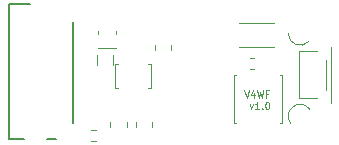
<source format=gbr>
%TF.GenerationSoftware,KiCad,Pcbnew,8.0.7*%
%TF.CreationDate,2025-01-03T20:06:20-08:00*%
%TF.ProjectId,Miniscope-v4-Wire-Free,4d696e69-7363-46f7-9065-2d76342d5769,rev?*%
%TF.SameCoordinates,Original*%
%TF.FileFunction,Legend,Top*%
%TF.FilePolarity,Positive*%
%FSLAX46Y46*%
G04 Gerber Fmt 4.6, Leading zero omitted, Abs format (unit mm)*
G04 Created by KiCad (PCBNEW 8.0.7) date 2025-01-03 20:06:20*
%MOMM*%
%LPD*%
G01*
G04 APERTURE LIST*
%ADD10C,0.120000*%
%ADD11C,0.080000*%
%ADD12C,0.150000*%
%ADD13C,0.100000*%
G04 APERTURE END LIST*
D10*
X106200000Y-62150000D02*
X106200000Y-66850000D01*
X102800001Y-68600000D02*
G75*
G02*
X104399999Y-67400000I799999J600000D01*
G01*
X104352577Y-61658505D02*
G75*
G02*
X102600000Y-61000000I-752577J658505D01*
G01*
D11*
X98860713Y-65824028D02*
X99060713Y-66424028D01*
X99060713Y-66424028D02*
X99260713Y-65824028D01*
X99717857Y-66024028D02*
X99717857Y-66424028D01*
X99574999Y-65795457D02*
X99432142Y-66224028D01*
X99432142Y-66224028D02*
X99803571Y-66224028D01*
X99975000Y-65824028D02*
X100117857Y-66424028D01*
X100117857Y-66424028D02*
X100232143Y-65995457D01*
X100232143Y-65995457D02*
X100346428Y-66424028D01*
X100346428Y-66424028D02*
X100489286Y-65824028D01*
X100917857Y-66109742D02*
X100717857Y-66109742D01*
X100717857Y-66424028D02*
X100717857Y-65824028D01*
X100717857Y-65824028D02*
X101003571Y-65824028D01*
X99317857Y-66989994D02*
X99460714Y-67389994D01*
X99460714Y-67389994D02*
X99603571Y-66989994D01*
X100146428Y-67389994D02*
X99803571Y-67389994D01*
X99975000Y-67389994D02*
X99975000Y-66789994D01*
X99975000Y-66789994D02*
X99917857Y-66875708D01*
X99917857Y-66875708D02*
X99860714Y-66932851D01*
X99860714Y-66932851D02*
X99803571Y-66961423D01*
X100403572Y-67332851D02*
X100432143Y-67361423D01*
X100432143Y-67361423D02*
X100403572Y-67389994D01*
X100403572Y-67389994D02*
X100375000Y-67361423D01*
X100375000Y-67361423D02*
X100403572Y-67332851D01*
X100403572Y-67332851D02*
X100403572Y-67389994D01*
X100803571Y-66789994D02*
X100860714Y-66789994D01*
X100860714Y-66789994D02*
X100917857Y-66818565D01*
X100917857Y-66818565D02*
X100946429Y-66847137D01*
X100946429Y-66847137D02*
X100975000Y-66904280D01*
X100975000Y-66904280D02*
X101003571Y-67018565D01*
X101003571Y-67018565D02*
X101003571Y-67161423D01*
X101003571Y-67161423D02*
X100975000Y-67275708D01*
X100975000Y-67275708D02*
X100946429Y-67332851D01*
X100946429Y-67332851D02*
X100917857Y-67361423D01*
X100917857Y-67361423D02*
X100860714Y-67389994D01*
X100860714Y-67389994D02*
X100803571Y-67389994D01*
X100803571Y-67389994D02*
X100746429Y-67361423D01*
X100746429Y-67361423D02*
X100717857Y-67332851D01*
X100717857Y-67332851D02*
X100689286Y-67275708D01*
X100689286Y-67275708D02*
X100660714Y-67161423D01*
X100660714Y-67161423D02*
X100660714Y-67018565D01*
X100660714Y-67018565D02*
X100689286Y-66904280D01*
X100689286Y-66904280D02*
X100717857Y-66847137D01*
X100717857Y-66847137D02*
X100746429Y-66818565D01*
X100746429Y-66818565D02*
X100803571Y-66789994D01*
D12*
%TO.C,J1*%
X78950000Y-58500000D02*
X78950000Y-69900000D01*
X78950000Y-58500000D02*
X80750000Y-58500000D01*
X78950000Y-69900000D02*
X80250000Y-69900000D01*
X82150000Y-69900000D02*
X82950000Y-69900000D01*
X84350000Y-60000000D02*
X84350000Y-68600000D01*
D13*
%TO.C,L2*%
X89674400Y-68917600D02*
X89674400Y-68507600D01*
X91074400Y-68917600D02*
X91074400Y-68507600D01*
D10*
%TO.C,Y2*%
X86450200Y-61064800D02*
X86450200Y-60764800D01*
X86500200Y-62264800D02*
X88000200Y-62264800D01*
X88050200Y-61064800D02*
X88050200Y-60764800D01*
D13*
%TO.C,L5*%
X91288240Y-62413360D02*
X91288240Y-62003360D01*
X92688240Y-62413360D02*
X92688240Y-62003360D01*
%TO.C,U3*%
X87884600Y-63547800D02*
X87884600Y-65647800D01*
X87884600Y-65647800D02*
X88149600Y-65647800D01*
X88149600Y-63547800D02*
X87884600Y-63547800D01*
X90719600Y-63547800D02*
X90984600Y-63547800D01*
X90984600Y-63547800D02*
X90984600Y-65647800D01*
X90984600Y-65647800D02*
X90719600Y-65647800D01*
%TO.C,Q1*%
X86417400Y-62821600D02*
X86417400Y-63681600D01*
X87727400Y-62821600D02*
X87727400Y-63681600D01*
%TO.C,L1*%
X87515400Y-68917600D02*
X87515400Y-68507600D01*
X88915400Y-68917600D02*
X88915400Y-68507600D01*
D10*
%TO.C,J3*%
X103500000Y-62500000D02*
X105000000Y-62500000D01*
X103500000Y-66500000D02*
X103500000Y-62500000D01*
X103500000Y-66500000D02*
X105000000Y-66500000D01*
X105750000Y-65750000D02*
X105750000Y-63250000D01*
D13*
%TO.C,U5*%
X98018000Y-64502000D02*
X98018000Y-68562000D01*
X98018000Y-68562000D02*
X98213000Y-68562000D01*
X98213000Y-64502000D02*
X98018000Y-64502000D01*
X101883000Y-64502000D02*
X102078000Y-64502000D01*
X102078000Y-64502000D02*
X102078000Y-68562000D01*
X102078000Y-68562000D02*
X101883000Y-68562000D01*
D10*
%TO.C,SW1*%
X98421000Y-62121800D02*
X101421000Y-62121800D01*
X101421000Y-60121800D02*
X98421000Y-60121800D01*
D13*
%TO.C,D3*%
X99345000Y-63110200D02*
X99735000Y-63110200D01*
X99345000Y-64010200D02*
X99735000Y-64010200D01*
%TO.C,D2*%
X86323800Y-69198400D02*
X85933800Y-69198400D01*
X86323800Y-70098400D02*
X85933800Y-70098400D01*
%TD*%
M02*

</source>
